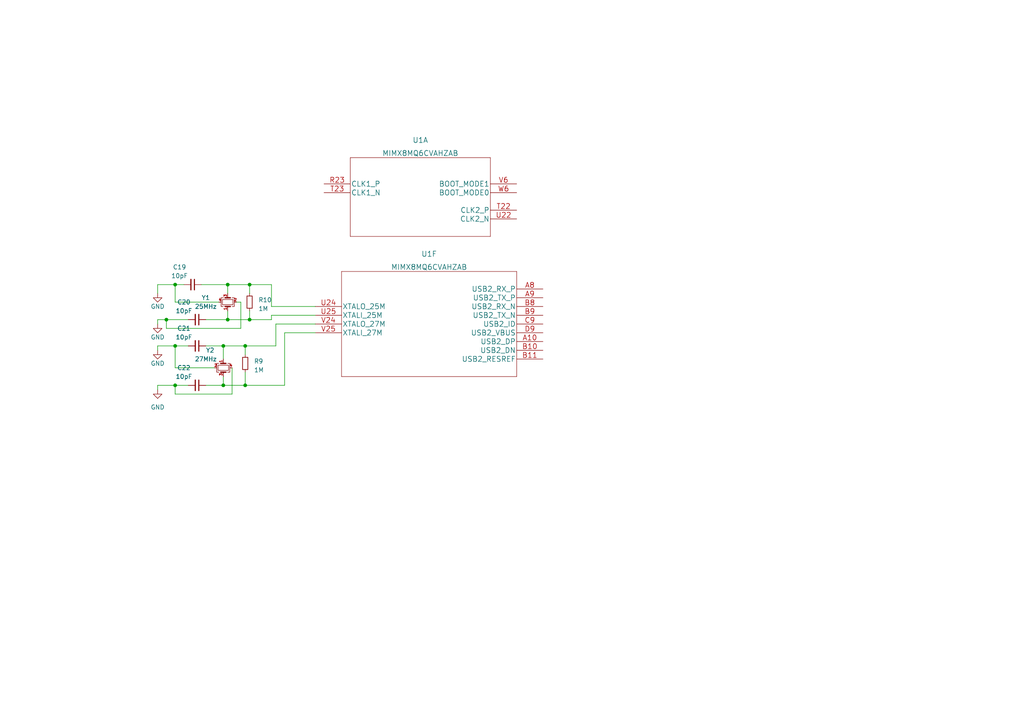
<source format=kicad_sch>
(kicad_sch (version 20230121) (generator eeschema)
  (paper "A4")
  (junction (at 64.77 111.76))
  (junction (at 48.26 92.71))
  (junction (at 64.77 100.33))
  (junction (at 50.8 100.33))
  (junction (at 66.04 92.71))
  (junction (at 50.8 82.55))
  (junction (at 66.04 82.55))
  (junction (at 72.39 92.71))
  (junction (at 50.8 111.76))
  (junction (at 71.12 100.33))
  (junction (at 71.12 111.76))
  (junction (at 72.39 82.55))
  (wire (pts (xy 71.12 111.76) (xy 82.55 111.76)))
  (wire (pts (xy 54.61 92.71) (xy 48.26 92.71)))
  (wire (pts (xy 45.72 111.76) (xy 45.72 113.03)))
  (wire (pts (xy 91.44 91.44) (xy 78.74 91.44)))
  (wire (pts (xy 64.77 111.76) (xy 71.12 111.76)))
  (wire (pts (xy 72.39 82.55) (xy 72.39 85.09)))
  (wire (pts (xy 54.61 100.33) (xy 50.8 100.33)))
  (wire (pts (xy 66.04 82.55) (xy 72.39 82.55)))
  (wire (pts (xy 45.72 100.33) (xy 45.72 101.6)))
  (wire (pts (xy 50.8 111.76) (xy 45.72 111.76)))
  (wire (pts (xy 50.8 82.55) (xy 45.72 82.55)))
  (wire (pts (xy 64.77 100.33) (xy 71.12 100.33)))
  (wire (pts (xy 48.26 92.71) (xy 48.26 95.25)))
  (wire (pts (xy 91.44 93.98) (xy 80.01 93.98)))
  (wire (pts (xy 50.8 87.63) (xy 50.8 82.55)))
  (wire (pts (xy 67.31 114.3) (xy 50.8 114.3)))
  (wire (pts (xy 69.85 95.25) (xy 69.85 87.63)))
  (wire (pts (xy 82.55 96.52) (xy 82.55 111.76)))
  (wire (pts (xy 72.39 90.17) (xy 72.39 92.71)))
  (wire (pts (xy 69.85 87.63) (xy 68.58 87.63)))
  (wire (pts (xy 63.5 87.63) (xy 50.8 87.63)))
  (wire (pts (xy 66.04 90.17) (xy 66.04 92.71)))
  (wire (pts (xy 53.34 82.55) (xy 50.8 82.55)))
  (wire (pts (xy 45.72 82.55) (xy 45.72 85.09)))
  (wire (pts (xy 78.74 91.44) (xy 78.74 92.71)))
  (wire (pts (xy 78.74 88.9) (xy 78.74 82.55)))
  (wire (pts (xy 54.61 111.76) (xy 50.8 111.76)))
  (wire (pts (xy 71.12 100.33) (xy 80.01 100.33)))
  (wire (pts (xy 66.04 92.71) (xy 72.39 92.71)))
  (wire (pts (xy 71.12 100.33) (xy 71.12 102.87)))
  (wire (pts (xy 72.39 92.71) (xy 78.74 92.71)))
  (wire (pts (xy 91.44 96.52) (xy 82.55 96.52)))
  (wire (pts (xy 59.69 92.71) (xy 66.04 92.71)))
  (wire (pts (xy 50.8 106.68) (xy 50.8 100.33)))
  (wire (pts (xy 50.8 100.33) (xy 45.72 100.33)))
  (wire (pts (xy 59.69 111.76) (xy 64.77 111.76)))
  (wire (pts (xy 48.26 95.25) (xy 69.85 95.25)))
  (wire (pts (xy 45.72 92.71) (xy 45.72 93.98)))
  (wire (pts (xy 64.77 109.22) (xy 64.77 111.76)))
  (wire (pts (xy 48.26 92.71) (xy 45.72 92.71)))
  (wire (pts (xy 67.31 106.68) (xy 67.31 114.3)))
  (wire (pts (xy 59.69 100.33) (xy 64.77 100.33)))
  (wire (pts (xy 72.39 82.55) (xy 78.74 82.55)))
  (wire (pts (xy 58.42 82.55) (xy 66.04 82.55)))
  (wire (pts (xy 62.23 106.68) (xy 50.8 106.68)))
  (wire (pts (xy 71.12 107.95) (xy 71.12 111.76)))
  (wire (pts (xy 50.8 114.3) (xy 50.8 111.76)))
  (wire (pts (xy 64.77 100.33) (xy 64.77 104.14)))
  (wire (pts (xy 80.01 93.98) (xy 80.01 100.33)))
  (wire (pts (xy 91.44 88.9) (xy 78.74 88.9)))
  (wire (pts (xy 66.04 82.55) (xy 66.04 85.09)))
  (symbol (lib_id "power:GND") (at 45.72 85.09 0) (unit 1)
    (property "Reference" "#PWR018" (effects hide))
    (property "Value" "GND" (at 45.72 88.9 0))
    (instances (project "IMX8MQ" (path "" (reference "#PWR018") (unit 1)) (path "" (reference "#PWR015") (unit 1))))
  )
  (symbol (lib_id "power:GND") (at 45.72 101.6 0) (unit 1)
    (property "Reference" "#PWR016" (effects hide))
    (property "Value" "GND" (at 45.72 105.41 0))
    (instances (project "IMX8MQ" (path "" (reference "#PWR016") (unit 1)) (path "" (reference "#PWR017") (unit 1))))
  )
  (symbol (lib_id "Device:C_Small") (at 57.15 92.71 270) (unit 1)
    (property "Reference" "C20" (at 53.34 87.63 90))
    (property "Value" "10pF" (at 53.34 90.17 90))
    (property "Footprint" "Capacitor_SMD:C_0402_1005Metric" (effects hide))
  )
  (symbol (lib_id "_MIMX8MQ6CVAHZAB:MIMX8MQ6CVAHZAB") (at 91.44 88.9 0) (unit 6)
    (property "Reference" "U1" (at 124.46 73.66 0) (effects (font (size 1.524 1.524))))
    (property "Value" "MIMX8MQ6CVAHZAB" (at 124.46 77.47 0) (effects (font (size 1.524 1.524))))
    (property "Footprint" "IMX8MQ_footprints:MIMX8MQ6CVAHZAB" (effects hide))
  )
  (symbol (lib_id "_MIMX8MQ6CVAHZAB:MIMX8MQ6CVAHZAB") (at 93.98 53.34 0) (unit 1)
    (property "Reference" "U1" (at 121.92 40.64 0) (effects (font (size 1.524 1.524))))
    (property "Value" "MIMX8MQ6CVAHZAB" (at 121.92 44.45 0) (effects (font (size 1.524 1.524))))
    (property "Footprint" "IMX8MQ_footprints:MIMX8MQ6CVAHZAB" (effects hide))
  )
  (symbol (lib_id "Device:C_Small") (at 57.15 111.76 270) (unit 1)
    (property "Reference" "C22" (at 53.34 106.68 90))
    (property "Value" "10pF" (at 53.34 109.22 90))
    (property "Footprint" "Capacitor_SMD:C_0402_1005Metric" (effects hide))
  )
  (symbol (lib_id "Device:C_Small") (at 55.88 82.55 270) (unit 1)
    (property "Reference" "C19" (at 52.07 77.47 90))
    (property "Value" "10pF" (at 52.07 80.01 90))
    (property "Footprint" "Capacitor_SMD:C_0402_1005Metric" (effects hide))
  )
  (symbol (lib_id "Device:C_Small") (at 57.15 100.33 270) (unit 1)
    (property "Reference" "C21" (at 53.34 95.25 90))
    (property "Value" "10pF" (at 53.34 97.79 90))
    (property "Footprint" "Capacitor_SMD:C_0402_1005Metric" (effects hide))
  )
  (symbol (lib_id "power:GND") (at 45.72 93.98 0) (unit 1)
    (property "Reference" "#PWR017" (effects hide))
    (property "Value" "GND" (at 45.72 97.79 0))
    (instances (project "IMX8MQ" (path "" (reference "#PWR017") (unit 1)) (path "" (reference "#PWR016") (unit 1))))
  )
  (symbol (lib_id "Device:R_Small") (at 71.12 105.41 0) (unit 1)
    (property "Reference" "R9" (at 73.66 104.775 0) (effects (justify left)))
    (property "Value" "1M" (at 73.66 107.315 0) (effects (justify left)))
    (property "Footprint" "Resistor_SMD:R_0402_1005Metric" (effects hide))
  )
  (symbol (lib_id "Device:R_Small") (at 72.39 87.63 0) (unit 1)
    (property "Reference" "R10" (at 74.93 86.995 0) (effects (justify left)))
    (property "Value" "1M" (at 74.93 89.535 0) (effects (justify left)))
    (property "Footprint" "Resistor_SMD:R_0402_1005Metric" (effects hide))
  )
  (symbol (lib_id "Device:Crystal_GND24_Small") (at 66.04 87.63 90) (unit 1)
    (property "Reference" "Y1" (at 59.69 86.36 90))
    (property "Value" "25MHz" (at 59.69 88.9 90))
    (property "Footprint" "Crystal:Crystal_SMD_3225-4Pin_3.2x2.5mm" (effects hide))
    (instances (project "IMX8MQ" (path "" (reference "Y1") (unit 1)) (path "" (reference "Y2") (unit 1))))
  )
  (symbol (lib_id "power:GND") (at 45.72 113.03 0) (unit 1)
    (property "Reference" "#PWR015" (effects hide))
    (property "Value" "GND" (at 45.72 118.11 0))
    (instances (project "IMX8MQ" (path "" (reference "#PWR015") (unit 1)) (path "" (reference "#PWR018") (unit 1))))
  )
  (symbol (lib_id "Device:Crystal_GND24_Small") (at 64.77 106.68 270) (unit 1)
    (property "Reference" "Y2" (at 60.96 101.6 90))
    (property "Value" "27MHz" (at 59.69 104.14 90))
    (property "Footprint" "Crystal:Crystal_SMD_3225-4Pin_3.2x2.5mm" (effects hide))
    (instances (project "IMX8MQ" (path "" (reference "Y2") (unit 1)) (path "" (reference "Y1") (unit 1))))
  )
)
</source>
